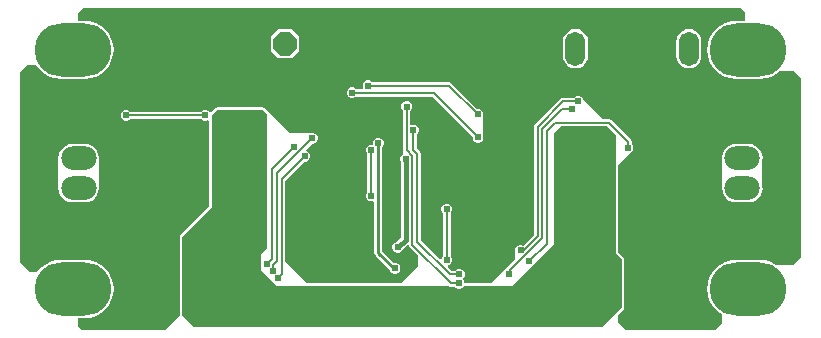
<source format=gbl>
G04*
G04 #@! TF.GenerationSoftware,Altium Limited,Altium Designer,22.7.1 (60)*
G04*
G04 Layer_Physical_Order=2*
G04 Layer_Color=16711680*
%FSLAX25Y25*%
%MOIN*%
G70*
G04*
G04 #@! TF.SameCoordinates,D5FD8CF7-689A-4CA3-A305-E5C997A2AED7*
G04*
G04*
G04 #@! TF.FilePolarity,Positive*
G04*
G01*
G75*
%ADD10C,0.01000*%
%ADD68C,0.00800*%
%ADD70C,0.01500*%
%ADD73O,0.11811X0.07874*%
%ADD74O,0.06693X0.11417*%
%ADD75P,0.08523X8X292.5*%
%ADD76O,0.25591X0.17717*%
%ADD77C,0.02400*%
%ADD78C,0.02000*%
G36*
X241700Y106200D02*
Y103209D01*
X238937D01*
X237044Y103023D01*
X235223Y102470D01*
X233545Y101573D01*
X232074Y100366D01*
X230868Y98896D01*
X229971Y97218D01*
X229418Y95397D01*
X229232Y93504D01*
X229418Y91611D01*
X229971Y89790D01*
X230868Y88112D01*
X232074Y86642D01*
X233545Y85435D01*
X235223Y84538D01*
X237044Y83985D01*
X238937Y83799D01*
X246811D01*
X248704Y83985D01*
X250525Y84538D01*
X252203Y85435D01*
X253281Y86319D01*
X253300Y86300D01*
X258117Y86300D01*
X260591Y83827D01*
Y24475D01*
X257815Y21700D01*
X252384D01*
X252203Y21849D01*
X250525Y22746D01*
X248704Y23298D01*
X246811Y23484D01*
X238937D01*
X237044Y23298D01*
X235223Y22746D01*
X233545Y21849D01*
X232074Y20642D01*
X230868Y19171D01*
X229971Y17493D01*
X229418Y15673D01*
X229232Y13780D01*
X229418Y11886D01*
X229971Y10066D01*
X230868Y8388D01*
X232074Y6917D01*
X233545Y5710D01*
X234200Y5360D01*
X234200Y2583D01*
X231734Y117D01*
X201983D01*
X199400Y2700D01*
X199400Y5047D01*
X201277Y6923D01*
X201454Y7188D01*
X201516Y7500D01*
X201516Y7500D01*
Y23700D01*
X201516Y23700D01*
X201454Y24012D01*
X201277Y24277D01*
X201277Y24277D01*
X199616Y25938D01*
Y55190D01*
X203786Y59360D01*
X203820Y59374D01*
X204326Y59880D01*
X204396Y59970D01*
X204396D01*
X204545Y60408D01*
X204600Y60542D01*
Y61258D01*
X204326Y61920D01*
X204024Y62222D01*
Y62800D01*
X203930Y63268D01*
X203665Y63665D01*
X197235Y70095D01*
X196838Y70360D01*
X196370Y70453D01*
X194508D01*
X187785Y77176D01*
X187726Y77320D01*
X187220Y77826D01*
X186558Y78100D01*
X185842D01*
X185180Y77826D01*
X184878Y77523D01*
X181075D01*
X180606Y77430D01*
X180209Y77165D01*
X171835Y68791D01*
X171570Y68394D01*
X171476Y67926D01*
Y31907D01*
X167822Y28253D01*
X167452Y28406D01*
X166736D01*
X166075Y28132D01*
X165568Y27625D01*
X165294Y26964D01*
Y26248D01*
X165297Y26242D01*
X165297Y23636D01*
X161990Y20330D01*
X161980Y20326D01*
X161474Y19820D01*
X161470Y19809D01*
X157276Y15616D01*
X148282D01*
Y15977D01*
X148008Y16639D01*
X147627Y17020D01*
X147641Y17090D01*
X148147Y17596D01*
X148421Y18258D01*
Y18974D01*
X148147Y19636D01*
X147641Y20142D01*
X146979Y20416D01*
X146263D01*
X145601Y20142D01*
X145299Y19839D01*
X143991D01*
X142692Y21138D01*
X142896Y21641D01*
X143458Y21874D01*
X143965Y22380D01*
X144239Y23042D01*
Y23758D01*
X143965Y24420D01*
X143662Y24722D01*
Y39038D01*
X143965Y39340D01*
X144239Y40002D01*
Y40718D01*
X143965Y41379D01*
X143458Y41886D01*
X142797Y42160D01*
X142080D01*
X141419Y41886D01*
X140913Y41379D01*
X140639Y40718D01*
Y40002D01*
X140913Y39340D01*
X141215Y39038D01*
Y24722D01*
X140913Y24420D01*
X140680Y23858D01*
X140177Y23654D01*
X133723Y30107D01*
Y58816D01*
X133630Y59284D01*
X133365Y59681D01*
X132324Y60723D01*
Y65378D01*
X132726Y65780D01*
X133000Y66442D01*
Y67158D01*
X132726Y67820D01*
X132220Y68326D01*
X131558Y68600D01*
X130842D01*
X130639Y68516D01*
X130224Y68794D01*
Y73178D01*
X130626Y73580D01*
X130900Y74242D01*
Y74958D01*
X130626Y75620D01*
X130120Y76126D01*
X129458Y76400D01*
X128742D01*
X128080Y76126D01*
X127574Y75620D01*
X127300Y74958D01*
Y74242D01*
X127574Y73580D01*
X127777Y73378D01*
Y60053D01*
X127870Y59585D01*
X127973Y59430D01*
X127836Y58832D01*
X127680Y58768D01*
X127174Y58261D01*
X126900Y57600D01*
Y56884D01*
X127120Y56353D01*
Y30918D01*
X125611Y29409D01*
X125080Y29189D01*
X124574Y28683D01*
X124300Y28021D01*
Y27305D01*
X124574Y26643D01*
X125080Y26137D01*
X125742Y25863D01*
X126458D01*
X127120Y26137D01*
X127626Y26643D01*
X127846Y27174D01*
X129189Y28517D01*
X129727Y28348D01*
X129770Y28132D01*
X130035Y27735D01*
X132700Y25070D01*
X132700Y21183D01*
X127133Y15616D01*
X95800D01*
Y15699D01*
X88623Y22876D01*
Y49893D01*
X94930Y56200D01*
X95358D01*
X96020Y56474D01*
X96526Y56980D01*
X96800Y57642D01*
Y58358D01*
X96526Y59020D01*
X96020Y59526D01*
X95626Y59689D01*
X95492Y60262D01*
X97392Y62161D01*
X97958D01*
X98620Y62436D01*
X99126Y62942D01*
X99400Y63603D01*
Y64319D01*
X99126Y64981D01*
X98620Y65487D01*
X97958Y65761D01*
X97242D01*
X97063Y65687D01*
X90510D01*
X90510Y65687D01*
X90510Y65687D01*
X90049Y65724D01*
X83290Y72483D01*
X83051Y72777D01*
X81751Y74077D01*
X81487Y74254D01*
X81174Y74316D01*
X81174Y74316D01*
X65974D01*
X65662Y74254D01*
X65398Y74077D01*
X65398Y74077D01*
X63924Y72603D01*
X63434Y72701D01*
X63426Y72720D01*
X62920Y73226D01*
X62258Y73500D01*
X61542D01*
X60880Y73226D01*
X60503Y72848D01*
X36913D01*
X36610Y73151D01*
X35948Y73425D01*
X35232D01*
X34571Y73151D01*
X34064Y72644D01*
X33790Y71983D01*
Y71267D01*
X34064Y70605D01*
X34571Y70099D01*
X35232Y69825D01*
X35948D01*
X36610Y70099D01*
X36913Y70401D01*
X60653D01*
X60880Y70174D01*
X61542Y69900D01*
X62258D01*
X62766Y70110D01*
X63266Y69867D01*
Y41419D01*
X53623Y31777D01*
X53446Y31512D01*
X53384Y31200D01*
X53384Y31200D01*
Y5000D01*
X53384Y5000D01*
X53222Y4802D01*
X53219D01*
X48534Y117D01*
X20666D01*
X19374Y1409D01*
Y4075D01*
X21654D01*
X23547Y4261D01*
X25368Y4813D01*
X27045Y5710D01*
X28516Y6917D01*
X29723Y8388D01*
X30620Y10066D01*
X31172Y11886D01*
X31359Y13780D01*
X31172Y15673D01*
X30620Y17493D01*
X29723Y19171D01*
X28516Y20642D01*
X27045Y21849D01*
X25368Y22746D01*
X23547Y23298D01*
X21654Y23484D01*
X13780D01*
X11886Y23298D01*
X10066Y22746D01*
X8388Y21849D01*
X6917Y20642D01*
X5980Y19500D01*
X3183Y19500D01*
X0Y22683D01*
X-0Y86117D01*
X2409Y88526D01*
X5489D01*
X5710Y88112D01*
X6917Y86642D01*
X8388Y85435D01*
X10066Y84538D01*
X11886Y83985D01*
X13780Y83799D01*
X21654D01*
X23547Y83985D01*
X25368Y84538D01*
X27045Y85435D01*
X28516Y86642D01*
X29723Y88112D01*
X30620Y89790D01*
X31172Y91611D01*
X31359Y93504D01*
X31172Y95397D01*
X30620Y97218D01*
X29723Y98896D01*
X28516Y100366D01*
X27045Y101573D01*
X25368Y102470D01*
X23547Y103023D01*
X21654Y103209D01*
X19753D01*
X19400Y103562D01*
X19400Y105517D01*
X21207Y107324D01*
X240576D01*
X241700Y106200D01*
D02*
G37*
G36*
X82474Y72200D02*
Y27600D01*
X81380Y26506D01*
X81403Y26503D01*
X80500Y25600D01*
X80500Y20200D01*
X85900Y14800D01*
X142970D01*
X143016Y14754D01*
X143412Y14489D01*
X143881Y14396D01*
X145159D01*
X145462Y14093D01*
X146124Y13819D01*
X146840D01*
X147501Y14093D01*
X148008Y14600D01*
X148091Y14800D01*
X164057D01*
X178100Y28843D01*
Y65700D01*
X180406Y68006D01*
X195794D01*
X198800Y65000D01*
Y25600D01*
X200700Y23700D01*
Y7500D01*
X194300Y1100D01*
X58100D01*
X54200Y5000D01*
Y31200D01*
X63900Y40900D01*
X64081D01*
Y71607D01*
X65974Y73500D01*
Y73500D01*
X81174D01*
X82474Y72200D01*
D02*
G37*
%LPC*%
G36*
X90784Y100337D02*
X86046D01*
X83678Y97969D01*
Y93231D01*
X86046Y90863D01*
X90784D01*
X93152Y93231D01*
Y97969D01*
X90784Y100337D01*
D02*
G37*
G36*
X223097Y100444D02*
X222015Y100302D01*
X221006Y99884D01*
X220140Y99220D01*
X219476Y98353D01*
X219058Y97345D01*
X218915Y96262D01*
Y91538D01*
X219058Y90455D01*
X219476Y89447D01*
X220140Y88581D01*
X221006Y87916D01*
X222015Y87498D01*
X223097Y87356D01*
X224180Y87498D01*
X225189Y87916D01*
X226055Y88581D01*
X226719Y89447D01*
X227137Y90455D01*
X227280Y91538D01*
Y96262D01*
X227137Y97345D01*
X226719Y98353D01*
X226055Y99220D01*
X225189Y99884D01*
X224180Y100302D01*
X223097Y100444D01*
D02*
G37*
G36*
X185302D02*
X184220Y100302D01*
X183211Y99884D01*
X182345Y99220D01*
X181681Y98353D01*
X181263Y97345D01*
X181120Y96262D01*
Y91538D01*
X181263Y90455D01*
X181681Y89447D01*
X182345Y88581D01*
X183211Y87916D01*
X184220Y87498D01*
X185302Y87356D01*
X186385Y87498D01*
X187394Y87916D01*
X188260Y88581D01*
X188924Y89447D01*
X189342Y90455D01*
X189485Y91538D01*
Y96262D01*
X189342Y97345D01*
X188924Y98353D01*
X188260Y99220D01*
X187394Y99884D01*
X186385Y100302D01*
X185302Y100444D01*
D02*
G37*
G36*
X116558Y83400D02*
X115842D01*
X115180Y83126D01*
X114674Y82620D01*
X114400Y81958D01*
Y81242D01*
X114565Y80845D01*
X114256Y80345D01*
X112301D01*
X111907Y80739D01*
X111245Y81013D01*
X110529D01*
X109868Y80739D01*
X109361Y80232D01*
X109087Y79571D01*
Y78855D01*
X109361Y78193D01*
X109868Y77687D01*
X110529Y77413D01*
X111245D01*
X111907Y77687D01*
X112118Y77898D01*
X137532D01*
X151037Y64393D01*
Y63965D01*
X151311Y63303D01*
X151818Y62797D01*
X152479Y62523D01*
X153195D01*
X153857Y62797D01*
X154363Y63303D01*
X154637Y63965D01*
Y64681D01*
X154621Y64719D01*
X154460Y72358D01*
X154186Y73020D01*
X153680Y73526D01*
X153018Y73800D01*
X152590D01*
X143925Y82465D01*
X143528Y82730D01*
X143060Y82823D01*
X117522D01*
X117220Y83126D01*
X116558Y83400D01*
D02*
G37*
G36*
X21654Y62178D02*
X17717D01*
X16480Y62015D01*
X15328Y61538D01*
X14338Y60778D01*
X13579Y59789D01*
X13101Y58637D01*
X12939Y57400D01*
X12970Y57162D01*
X12970Y47637D01*
X12939Y47400D01*
X13101Y46163D01*
X13579Y45011D01*
X14338Y44021D01*
X15328Y43262D01*
X16480Y42785D01*
X17717Y42622D01*
X21654D01*
X22890Y42785D01*
X24043Y43262D01*
X25032Y44021D01*
X25791Y45011D01*
X26269Y46163D01*
X26431Y47400D01*
X26364Y47910D01*
X26364Y56890D01*
X26431Y57400D01*
X26269Y58637D01*
X25791Y59789D01*
X25032Y60778D01*
X24043Y61538D01*
X22890Y62015D01*
X21654Y62178D01*
D02*
G37*
G36*
X242874Y62177D02*
X238937D01*
X237700Y62014D01*
X236548Y61537D01*
X235559Y60777D01*
X234799Y59788D01*
X234322Y58636D01*
X234218Y57848D01*
X234208Y57838D01*
Y57771D01*
X234159Y57399D01*
X234208Y57026D01*
Y47778D01*
X234208Y47778D01*
X234208Y47778D01*
X234207Y47763D01*
X234159Y47399D01*
X234173Y47293D01*
X234322Y46162D01*
X234799Y45010D01*
X235559Y44021D01*
X236548Y43261D01*
X237700Y42784D01*
X238937Y42621D01*
X242874D01*
X244111Y42784D01*
X245263Y43261D01*
X246252Y44021D01*
X247012Y45010D01*
X247489Y46162D01*
X247652Y47399D01*
X247600Y47793D01*
X247600Y57006D01*
X247652Y57399D01*
X247489Y58636D01*
X247012Y59788D01*
X246252Y60777D01*
X245263Y61537D01*
X244111Y62014D01*
X242874Y62177D01*
D02*
G37*
G36*
X119958Y64100D02*
X119242D01*
X118580Y63826D01*
X118074Y63320D01*
X117800Y62658D01*
Y62241D01*
X117603Y61881D01*
X117338Y61800D01*
X116842D01*
X116180Y61526D01*
X115674Y61020D01*
X115400Y60358D01*
Y59642D01*
X115674Y58980D01*
X115977Y58678D01*
Y46045D01*
X115734Y45803D01*
X115460Y45141D01*
Y44425D01*
X115734Y43764D01*
X116240Y43257D01*
X116902Y42983D01*
X117618D01*
X117859Y43083D01*
X118274Y42805D01*
Y25858D01*
X118375Y25351D01*
X118663Y24921D01*
X123404Y20179D01*
X123611Y19680D01*
X124117Y19174D01*
X124779Y18900D01*
X125495D01*
X126157Y19174D01*
X126663Y19680D01*
X126937Y20342D01*
Y21058D01*
X126663Y21720D01*
X126157Y22226D01*
X125495Y22500D01*
X124833D01*
X120925Y26407D01*
Y61080D01*
X121126Y61280D01*
X121400Y61942D01*
Y62658D01*
X121126Y63320D01*
X120620Y63826D01*
X119958Y64100D01*
D02*
G37*
%LPD*%
D10*
X119600Y25858D02*
Y62300D01*
Y25858D02*
X124758Y20700D01*
X125137D01*
D68*
X86300Y17400D02*
Y17569D01*
X87400Y18669D01*
Y50400D01*
X95000Y58000D01*
X85800Y52300D02*
X97461Y63961D01*
X84594Y21800D02*
X85800Y23006D01*
Y52300D01*
X84389Y19751D02*
X84594Y19956D01*
Y21800D01*
X84200Y23669D02*
Y53811D01*
X82523Y21992D02*
X84200Y23669D01*
Y53811D02*
X91644Y61256D01*
X82394Y21992D02*
X82523D01*
X97461Y63961D02*
X97600D01*
X130900Y28600D02*
X143881Y15619D01*
X146482D01*
X132500Y29600D02*
X143484Y18616D01*
X146621D01*
X129000Y74500D02*
X129100Y74600D01*
X129000Y60053D02*
Y74500D01*
X131100Y66700D02*
X131200Y66800D01*
X131100Y60216D02*
Y66700D01*
X129000Y60053D02*
X130900Y58153D01*
X131100Y60216D02*
X132500Y58816D01*
X178530Y69230D02*
X196370D01*
X175900Y66600D02*
X178530Y69230D01*
X196370D02*
X202800Y62800D01*
Y60900D02*
Y62800D01*
X35590Y71625D02*
X61825D01*
X61900Y71700D01*
X117200Y44843D02*
Y60000D01*
Y44843D02*
X117260Y44783D01*
X143060Y81600D02*
X152660Y72000D01*
X116200Y81600D02*
X143060D01*
X110979Y79121D02*
X138039D01*
X110887Y79213D02*
X110979Y79121D01*
X138039D02*
X152837Y64323D01*
X132500Y29600D02*
Y58816D01*
X130900Y28600D02*
Y58153D01*
X142439Y23400D02*
Y40360D01*
X163000Y18800D02*
Y19233D01*
X163597Y19830D02*
Y19997D01*
X163000Y19233D02*
X163597Y19830D01*
Y19997D02*
X174300Y30700D01*
X169944Y22944D02*
X175900Y28900D01*
X169656Y22944D02*
X169944D01*
X175900Y28900D02*
Y66600D01*
X167094Y26606D02*
X167401Y26912D01*
X168212D02*
X172700Y31400D01*
Y67926D01*
X167401Y26912D02*
X168212D01*
X174300Y30700D02*
Y67263D01*
X181075Y76300D02*
X186200D01*
X172700Y67926D02*
X181075Y76300D01*
X174300Y67263D02*
X180737Y73700D01*
X184000D01*
D70*
X128700Y30263D02*
Y57242D01*
X126100Y27663D02*
X128700Y30263D01*
D73*
X240905Y47399D02*
D03*
Y57399D02*
D03*
X19685Y47400D02*
D03*
Y57400D02*
D03*
D74*
X185302Y93900D02*
D03*
X204200D02*
D03*
X223097D02*
D03*
D75*
X108100Y95600D02*
D03*
X88415D02*
D03*
D76*
X17717Y93504D02*
D03*
X242874D02*
D03*
Y13780D02*
D03*
X17717D02*
D03*
D77*
X4300Y78900D02*
D03*
X14300D02*
D03*
X242200Y28700D02*
D03*
X252200D02*
D03*
X185000Y50900D02*
D03*
X189500D02*
D03*
X194000D02*
D03*
X86300Y17400D02*
D03*
X84389Y19751D02*
D03*
X82394Y21992D02*
D03*
X126500Y61100D02*
D03*
X117200Y67600D02*
D03*
X137887Y60587D02*
D03*
X145950Y53600D02*
D03*
X130800Y23300D02*
D03*
X169800Y39200D02*
D03*
X131500Y72000D02*
D03*
X141100Y71900D02*
D03*
X163300Y77100D02*
D03*
Y70100D02*
D03*
X89700Y45700D02*
D03*
X97600Y63961D02*
D03*
X91644Y61256D02*
D03*
X129100Y74600D02*
D03*
X131200Y66800D02*
D03*
X146482Y15619D02*
D03*
X146621Y18616D02*
D03*
X61900Y71700D02*
D03*
X125137Y20700D02*
D03*
X119600Y62300D02*
D03*
X117200Y60000D02*
D03*
X110887Y79213D02*
D03*
X116200Y81600D02*
D03*
X152837Y64323D02*
D03*
X152660Y72000D02*
D03*
X59891Y12800D02*
D03*
X142439Y23400D02*
D03*
Y40360D02*
D03*
X117260Y44783D02*
D03*
X35590Y71625D02*
D03*
X126100Y27663D02*
D03*
X128700Y57242D02*
D03*
X163000Y18800D02*
D03*
X169656Y22944D02*
D03*
X167094Y26606D02*
D03*
X186200Y76300D02*
D03*
X184000Y73700D02*
D03*
X202800Y60900D02*
D03*
X95000Y58000D02*
D03*
X94500Y23400D02*
D03*
X194500Y93400D02*
D03*
X214500Y83400D02*
D03*
X224500D02*
D03*
X44500Y3400D02*
D03*
X224500D02*
D03*
X214500Y93400D02*
D03*
X84500Y73400D02*
D03*
X244500D02*
D03*
X204500Y13400D02*
D03*
X104500Y23400D02*
D03*
X204500Y3400D02*
D03*
X44500Y13400D02*
D03*
X234500Y73400D02*
D03*
X84500Y83400D02*
D03*
X114500Y93400D02*
D03*
X184500Y83400D02*
D03*
X44500D02*
D03*
X34500Y13400D02*
D03*
X54500Y83400D02*
D03*
X204500D02*
D03*
X34500D02*
D03*
X94500D02*
D03*
X194500D02*
D03*
X214500Y3400D02*
D03*
X104500Y83400D02*
D03*
X224500Y13400D02*
D03*
X254500Y73400D02*
D03*
X94500D02*
D03*
X34500Y93400D02*
D03*
X214500Y13400D02*
D03*
X74500Y58400D02*
D03*
X69500Y53400D02*
D03*
Y28400D02*
D03*
Y63400D02*
D03*
Y68400D02*
D03*
X74500D02*
D03*
X69500Y38400D02*
D03*
X74500Y28400D02*
D03*
X69500Y58400D02*
D03*
X74500Y33400D02*
D03*
Y63400D02*
D03*
Y53400D02*
D03*
X69500Y33400D02*
D03*
X74500Y38400D02*
D03*
X131000Y85400D02*
D03*
X132500Y88400D02*
D03*
X129500D02*
D03*
X189500Y28400D02*
D03*
Y37400D02*
D03*
X185000D02*
D03*
Y28400D02*
D03*
X189500Y41900D02*
D03*
X194000Y32900D02*
D03*
X189500D02*
D03*
X185000D02*
D03*
X194000Y41900D02*
D03*
Y37400D02*
D03*
X185000Y41900D02*
D03*
X194000Y28400D02*
D03*
X185000Y55400D02*
D03*
X189500Y59900D02*
D03*
X185000D02*
D03*
X194000Y64400D02*
D03*
Y55400D02*
D03*
X185000Y64400D02*
D03*
X194000Y59900D02*
D03*
X189500Y55400D02*
D03*
Y64400D02*
D03*
D78*
X151100Y31600D02*
D03*
X155628D02*
D03*
X151100Y27072D02*
D03*
X146572Y31600D02*
D03*
X151100Y36128D02*
D03*
X108500Y48572D02*
D03*
X113028Y53100D02*
D03*
X108500Y57628D02*
D03*
X103972Y53100D02*
D03*
X108500D02*
D03*
M02*

</source>
